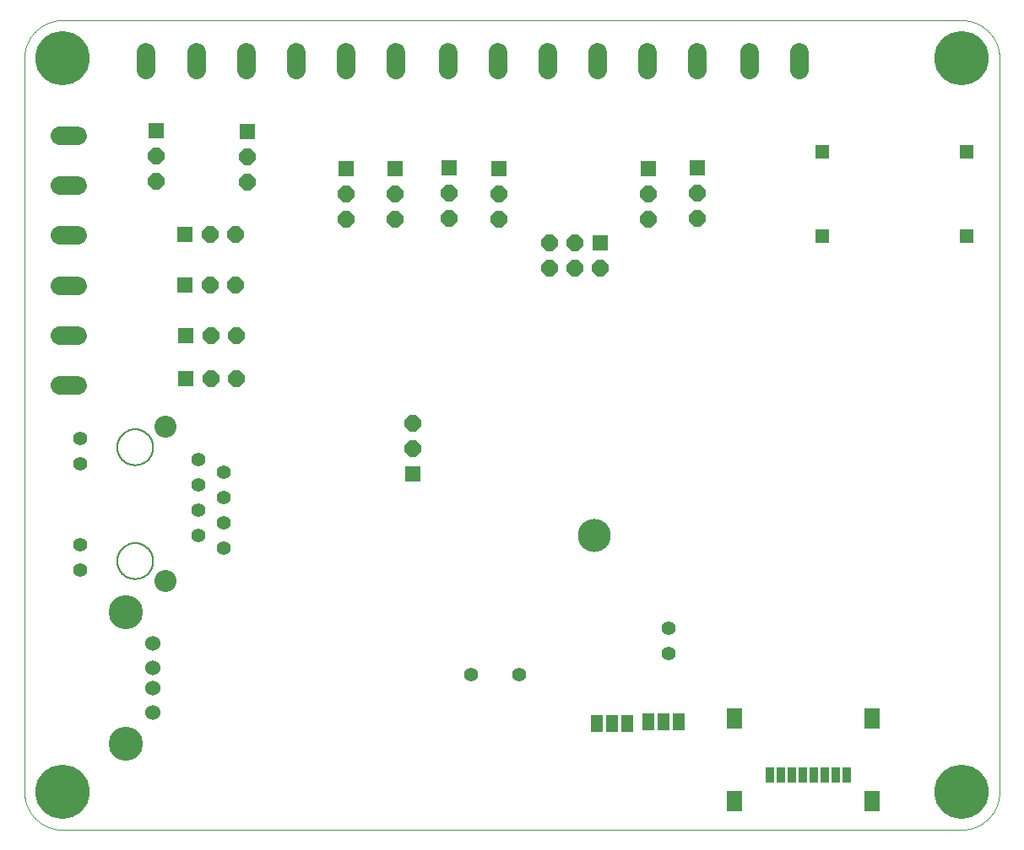
<source format=gbs>
G75*
%MOIN*%
%OFA0B0*%
%FSLAX25Y25*%
%IPPOS*%
%LPD*%
%AMOC8*
5,1,8,0,0,1.08239X$1,22.5*
%
%ADD10C,0.00000*%
%ADD11R,0.03550X0.06306*%
%ADD12R,0.06109X0.08274*%
%ADD13C,0.05600*%
%ADD14R,0.05000X0.06700*%
%ADD15C,0.13061*%
%ADD16R,0.05550X0.05550*%
%ADD17C,0.00500*%
%ADD18C,0.08668*%
%ADD19C,0.05550*%
%ADD20C,0.07450*%
%ADD21C,0.06000*%
%ADD22C,0.13500*%
%ADD23C,0.21400*%
%ADD24R,0.06400X0.06400*%
%ADD25OC8,0.06400*%
D10*
X0017225Y0002026D02*
X0372225Y0002026D01*
X0372587Y0002030D01*
X0372950Y0002044D01*
X0373312Y0002065D01*
X0373673Y0002096D01*
X0374033Y0002135D01*
X0374392Y0002183D01*
X0374750Y0002240D01*
X0375107Y0002305D01*
X0375462Y0002379D01*
X0375815Y0002462D01*
X0376166Y0002553D01*
X0376514Y0002652D01*
X0376860Y0002760D01*
X0377204Y0002876D01*
X0377544Y0003001D01*
X0377881Y0003133D01*
X0378215Y0003274D01*
X0378546Y0003423D01*
X0378873Y0003580D01*
X0379196Y0003744D01*
X0379515Y0003916D01*
X0379829Y0004096D01*
X0380140Y0004284D01*
X0380445Y0004479D01*
X0380746Y0004681D01*
X0381042Y0004891D01*
X0381332Y0005107D01*
X0381618Y0005331D01*
X0381898Y0005561D01*
X0382172Y0005798D01*
X0382440Y0006042D01*
X0382703Y0006292D01*
X0382959Y0006548D01*
X0383209Y0006811D01*
X0383453Y0007079D01*
X0383690Y0007353D01*
X0383920Y0007633D01*
X0384144Y0007919D01*
X0384360Y0008209D01*
X0384570Y0008505D01*
X0384772Y0008806D01*
X0384967Y0009111D01*
X0385155Y0009422D01*
X0385335Y0009736D01*
X0385507Y0010055D01*
X0385671Y0010378D01*
X0385828Y0010705D01*
X0385977Y0011036D01*
X0386118Y0011370D01*
X0386250Y0011707D01*
X0386375Y0012047D01*
X0386491Y0012391D01*
X0386599Y0012737D01*
X0386698Y0013085D01*
X0386789Y0013436D01*
X0386872Y0013789D01*
X0386946Y0014144D01*
X0387011Y0014501D01*
X0387068Y0014859D01*
X0387116Y0015218D01*
X0387155Y0015578D01*
X0387186Y0015939D01*
X0387207Y0016301D01*
X0387221Y0016664D01*
X0387225Y0017026D01*
X0387225Y0307026D01*
X0387221Y0307388D01*
X0387207Y0307751D01*
X0387186Y0308113D01*
X0387155Y0308474D01*
X0387116Y0308834D01*
X0387068Y0309193D01*
X0387011Y0309551D01*
X0386946Y0309908D01*
X0386872Y0310263D01*
X0386789Y0310616D01*
X0386698Y0310967D01*
X0386599Y0311315D01*
X0386491Y0311661D01*
X0386375Y0312005D01*
X0386250Y0312345D01*
X0386118Y0312682D01*
X0385977Y0313016D01*
X0385828Y0313347D01*
X0385671Y0313674D01*
X0385507Y0313997D01*
X0385335Y0314316D01*
X0385155Y0314630D01*
X0384967Y0314941D01*
X0384772Y0315246D01*
X0384570Y0315547D01*
X0384360Y0315843D01*
X0384144Y0316133D01*
X0383920Y0316419D01*
X0383690Y0316699D01*
X0383453Y0316973D01*
X0383209Y0317241D01*
X0382959Y0317504D01*
X0382703Y0317760D01*
X0382440Y0318010D01*
X0382172Y0318254D01*
X0381898Y0318491D01*
X0381618Y0318721D01*
X0381332Y0318945D01*
X0381042Y0319161D01*
X0380746Y0319371D01*
X0380445Y0319573D01*
X0380140Y0319768D01*
X0379829Y0319956D01*
X0379515Y0320136D01*
X0379196Y0320308D01*
X0378873Y0320472D01*
X0378546Y0320629D01*
X0378215Y0320778D01*
X0377881Y0320919D01*
X0377544Y0321051D01*
X0377204Y0321176D01*
X0376860Y0321292D01*
X0376514Y0321400D01*
X0376166Y0321499D01*
X0375815Y0321590D01*
X0375462Y0321673D01*
X0375107Y0321747D01*
X0374750Y0321812D01*
X0374392Y0321869D01*
X0374033Y0321917D01*
X0373673Y0321956D01*
X0373312Y0321987D01*
X0372950Y0322008D01*
X0372587Y0322022D01*
X0372225Y0322026D01*
X0017225Y0322026D01*
X0016863Y0322022D01*
X0016500Y0322008D01*
X0016138Y0321987D01*
X0015777Y0321956D01*
X0015417Y0321917D01*
X0015058Y0321869D01*
X0014700Y0321812D01*
X0014343Y0321747D01*
X0013988Y0321673D01*
X0013635Y0321590D01*
X0013284Y0321499D01*
X0012936Y0321400D01*
X0012590Y0321292D01*
X0012246Y0321176D01*
X0011906Y0321051D01*
X0011569Y0320919D01*
X0011235Y0320778D01*
X0010904Y0320629D01*
X0010577Y0320472D01*
X0010254Y0320308D01*
X0009935Y0320136D01*
X0009621Y0319956D01*
X0009310Y0319768D01*
X0009005Y0319573D01*
X0008704Y0319371D01*
X0008408Y0319161D01*
X0008118Y0318945D01*
X0007832Y0318721D01*
X0007552Y0318491D01*
X0007278Y0318254D01*
X0007010Y0318010D01*
X0006747Y0317760D01*
X0006491Y0317504D01*
X0006241Y0317241D01*
X0005997Y0316973D01*
X0005760Y0316699D01*
X0005530Y0316419D01*
X0005306Y0316133D01*
X0005090Y0315843D01*
X0004880Y0315547D01*
X0004678Y0315246D01*
X0004483Y0314941D01*
X0004295Y0314630D01*
X0004115Y0314316D01*
X0003943Y0313997D01*
X0003779Y0313674D01*
X0003622Y0313347D01*
X0003473Y0313016D01*
X0003332Y0312682D01*
X0003200Y0312345D01*
X0003075Y0312005D01*
X0002959Y0311661D01*
X0002851Y0311315D01*
X0002752Y0310967D01*
X0002661Y0310616D01*
X0002578Y0310263D01*
X0002504Y0309908D01*
X0002439Y0309551D01*
X0002382Y0309193D01*
X0002334Y0308834D01*
X0002295Y0308474D01*
X0002264Y0308113D01*
X0002243Y0307751D01*
X0002229Y0307388D01*
X0002225Y0307026D01*
X0002225Y0017026D01*
X0002229Y0016664D01*
X0002243Y0016301D01*
X0002264Y0015939D01*
X0002295Y0015578D01*
X0002334Y0015218D01*
X0002382Y0014859D01*
X0002439Y0014501D01*
X0002504Y0014144D01*
X0002578Y0013789D01*
X0002661Y0013436D01*
X0002752Y0013085D01*
X0002851Y0012737D01*
X0002959Y0012391D01*
X0003075Y0012047D01*
X0003200Y0011707D01*
X0003332Y0011370D01*
X0003473Y0011036D01*
X0003622Y0010705D01*
X0003779Y0010378D01*
X0003943Y0010055D01*
X0004115Y0009736D01*
X0004295Y0009422D01*
X0004483Y0009111D01*
X0004678Y0008806D01*
X0004880Y0008505D01*
X0005090Y0008209D01*
X0005306Y0007919D01*
X0005530Y0007633D01*
X0005760Y0007353D01*
X0005997Y0007079D01*
X0006241Y0006811D01*
X0006491Y0006548D01*
X0006747Y0006292D01*
X0007010Y0006042D01*
X0007278Y0005798D01*
X0007552Y0005561D01*
X0007832Y0005331D01*
X0008118Y0005107D01*
X0008408Y0004891D01*
X0008704Y0004681D01*
X0009005Y0004479D01*
X0009310Y0004284D01*
X0009621Y0004096D01*
X0009935Y0003916D01*
X0010254Y0003744D01*
X0010577Y0003580D01*
X0010904Y0003423D01*
X0011235Y0003274D01*
X0011569Y0003133D01*
X0011906Y0003001D01*
X0012246Y0002876D01*
X0012590Y0002760D01*
X0012936Y0002652D01*
X0013284Y0002553D01*
X0013635Y0002462D01*
X0013988Y0002379D01*
X0014343Y0002305D01*
X0014700Y0002240D01*
X0015058Y0002183D01*
X0015417Y0002135D01*
X0015777Y0002096D01*
X0016138Y0002065D01*
X0016500Y0002044D01*
X0016863Y0002030D01*
X0017225Y0002026D01*
D11*
X0296736Y0023538D03*
X0301066Y0023538D03*
X0305397Y0023538D03*
X0309728Y0023538D03*
X0314058Y0023538D03*
X0318389Y0023538D03*
X0322720Y0023538D03*
X0327051Y0023538D03*
D12*
X0336795Y0013302D03*
X0336795Y0045979D03*
X0282661Y0045979D03*
X0282661Y0013302D03*
D13*
X0256685Y0071601D03*
X0256685Y0081601D03*
X0197466Y0063507D03*
X0178466Y0063507D03*
D14*
X0228334Y0043888D03*
X0234334Y0043888D03*
X0240334Y0043888D03*
X0248561Y0044671D03*
X0254561Y0044671D03*
X0260561Y0044671D03*
D15*
X0227144Y0118360D03*
D16*
X0317400Y0236803D03*
X0317400Y0270110D03*
X0374329Y0270110D03*
X0374329Y0236803D03*
D17*
X0038878Y0153266D02*
X0038880Y0153440D01*
X0038887Y0153614D01*
X0038897Y0153787D01*
X0038912Y0153961D01*
X0038931Y0154134D01*
X0038955Y0154306D01*
X0038982Y0154478D01*
X0039014Y0154649D01*
X0039050Y0154819D01*
X0039090Y0154988D01*
X0039135Y0155156D01*
X0039183Y0155323D01*
X0039236Y0155489D01*
X0039292Y0155654D01*
X0039353Y0155817D01*
X0039417Y0155978D01*
X0039486Y0156138D01*
X0039558Y0156296D01*
X0039635Y0156452D01*
X0039715Y0156607D01*
X0039799Y0156759D01*
X0039886Y0156909D01*
X0039978Y0157058D01*
X0040072Y0157203D01*
X0040171Y0157347D01*
X0040273Y0157488D01*
X0040378Y0157626D01*
X0040487Y0157762D01*
X0040599Y0157895D01*
X0040714Y0158025D01*
X0040832Y0158153D01*
X0040954Y0158277D01*
X0041078Y0158399D01*
X0041206Y0158517D01*
X0041336Y0158632D01*
X0041469Y0158744D01*
X0041605Y0158853D01*
X0041743Y0158958D01*
X0041884Y0159060D01*
X0042028Y0159159D01*
X0042173Y0159253D01*
X0042322Y0159345D01*
X0042472Y0159432D01*
X0042624Y0159516D01*
X0042779Y0159596D01*
X0042935Y0159673D01*
X0043093Y0159745D01*
X0043253Y0159814D01*
X0043414Y0159878D01*
X0043577Y0159939D01*
X0043742Y0159995D01*
X0043908Y0160048D01*
X0044075Y0160096D01*
X0044243Y0160141D01*
X0044412Y0160181D01*
X0044582Y0160217D01*
X0044753Y0160249D01*
X0044925Y0160276D01*
X0045097Y0160300D01*
X0045270Y0160319D01*
X0045444Y0160334D01*
X0045617Y0160344D01*
X0045791Y0160351D01*
X0045965Y0160353D01*
X0046139Y0160351D01*
X0046313Y0160344D01*
X0046486Y0160334D01*
X0046660Y0160319D01*
X0046833Y0160300D01*
X0047005Y0160276D01*
X0047177Y0160249D01*
X0047348Y0160217D01*
X0047518Y0160181D01*
X0047687Y0160141D01*
X0047855Y0160096D01*
X0048022Y0160048D01*
X0048188Y0159995D01*
X0048353Y0159939D01*
X0048516Y0159878D01*
X0048677Y0159814D01*
X0048837Y0159745D01*
X0048995Y0159673D01*
X0049151Y0159596D01*
X0049306Y0159516D01*
X0049458Y0159432D01*
X0049608Y0159345D01*
X0049757Y0159253D01*
X0049902Y0159159D01*
X0050046Y0159060D01*
X0050187Y0158958D01*
X0050325Y0158853D01*
X0050461Y0158744D01*
X0050594Y0158632D01*
X0050724Y0158517D01*
X0050852Y0158399D01*
X0050976Y0158277D01*
X0051098Y0158153D01*
X0051216Y0158025D01*
X0051331Y0157895D01*
X0051443Y0157762D01*
X0051552Y0157626D01*
X0051657Y0157488D01*
X0051759Y0157347D01*
X0051858Y0157203D01*
X0051952Y0157058D01*
X0052044Y0156909D01*
X0052131Y0156759D01*
X0052215Y0156607D01*
X0052295Y0156452D01*
X0052372Y0156296D01*
X0052444Y0156138D01*
X0052513Y0155978D01*
X0052577Y0155817D01*
X0052638Y0155654D01*
X0052694Y0155489D01*
X0052747Y0155323D01*
X0052795Y0155156D01*
X0052840Y0154988D01*
X0052880Y0154819D01*
X0052916Y0154649D01*
X0052948Y0154478D01*
X0052975Y0154306D01*
X0052999Y0154134D01*
X0053018Y0153961D01*
X0053033Y0153787D01*
X0053043Y0153614D01*
X0053050Y0153440D01*
X0053052Y0153266D01*
X0053050Y0153092D01*
X0053043Y0152918D01*
X0053033Y0152745D01*
X0053018Y0152571D01*
X0052999Y0152398D01*
X0052975Y0152226D01*
X0052948Y0152054D01*
X0052916Y0151883D01*
X0052880Y0151713D01*
X0052840Y0151544D01*
X0052795Y0151376D01*
X0052747Y0151209D01*
X0052694Y0151043D01*
X0052638Y0150878D01*
X0052577Y0150715D01*
X0052513Y0150554D01*
X0052444Y0150394D01*
X0052372Y0150236D01*
X0052295Y0150080D01*
X0052215Y0149925D01*
X0052131Y0149773D01*
X0052044Y0149623D01*
X0051952Y0149474D01*
X0051858Y0149329D01*
X0051759Y0149185D01*
X0051657Y0149044D01*
X0051552Y0148906D01*
X0051443Y0148770D01*
X0051331Y0148637D01*
X0051216Y0148507D01*
X0051098Y0148379D01*
X0050976Y0148255D01*
X0050852Y0148133D01*
X0050724Y0148015D01*
X0050594Y0147900D01*
X0050461Y0147788D01*
X0050325Y0147679D01*
X0050187Y0147574D01*
X0050046Y0147472D01*
X0049902Y0147373D01*
X0049757Y0147279D01*
X0049608Y0147187D01*
X0049458Y0147100D01*
X0049306Y0147016D01*
X0049151Y0146936D01*
X0048995Y0146859D01*
X0048837Y0146787D01*
X0048677Y0146718D01*
X0048516Y0146654D01*
X0048353Y0146593D01*
X0048188Y0146537D01*
X0048022Y0146484D01*
X0047855Y0146436D01*
X0047687Y0146391D01*
X0047518Y0146351D01*
X0047348Y0146315D01*
X0047177Y0146283D01*
X0047005Y0146256D01*
X0046833Y0146232D01*
X0046660Y0146213D01*
X0046486Y0146198D01*
X0046313Y0146188D01*
X0046139Y0146181D01*
X0045965Y0146179D01*
X0045791Y0146181D01*
X0045617Y0146188D01*
X0045444Y0146198D01*
X0045270Y0146213D01*
X0045097Y0146232D01*
X0044925Y0146256D01*
X0044753Y0146283D01*
X0044582Y0146315D01*
X0044412Y0146351D01*
X0044243Y0146391D01*
X0044075Y0146436D01*
X0043908Y0146484D01*
X0043742Y0146537D01*
X0043577Y0146593D01*
X0043414Y0146654D01*
X0043253Y0146718D01*
X0043093Y0146787D01*
X0042935Y0146859D01*
X0042779Y0146936D01*
X0042624Y0147016D01*
X0042472Y0147100D01*
X0042322Y0147187D01*
X0042173Y0147279D01*
X0042028Y0147373D01*
X0041884Y0147472D01*
X0041743Y0147574D01*
X0041605Y0147679D01*
X0041469Y0147788D01*
X0041336Y0147900D01*
X0041206Y0148015D01*
X0041078Y0148133D01*
X0040954Y0148255D01*
X0040832Y0148379D01*
X0040714Y0148507D01*
X0040599Y0148637D01*
X0040487Y0148770D01*
X0040378Y0148906D01*
X0040273Y0149044D01*
X0040171Y0149185D01*
X0040072Y0149329D01*
X0039978Y0149474D01*
X0039886Y0149623D01*
X0039799Y0149773D01*
X0039715Y0149925D01*
X0039635Y0150080D01*
X0039558Y0150236D01*
X0039486Y0150394D01*
X0039417Y0150554D01*
X0039353Y0150715D01*
X0039292Y0150878D01*
X0039236Y0151043D01*
X0039183Y0151209D01*
X0039135Y0151376D01*
X0039090Y0151544D01*
X0039050Y0151713D01*
X0039014Y0151883D01*
X0038982Y0152054D01*
X0038955Y0152226D01*
X0038931Y0152398D01*
X0038912Y0152571D01*
X0038897Y0152745D01*
X0038887Y0152918D01*
X0038880Y0153092D01*
X0038878Y0153266D01*
X0038878Y0108266D02*
X0038880Y0108440D01*
X0038887Y0108614D01*
X0038897Y0108787D01*
X0038912Y0108961D01*
X0038931Y0109134D01*
X0038955Y0109306D01*
X0038982Y0109478D01*
X0039014Y0109649D01*
X0039050Y0109819D01*
X0039090Y0109988D01*
X0039135Y0110156D01*
X0039183Y0110323D01*
X0039236Y0110489D01*
X0039292Y0110654D01*
X0039353Y0110817D01*
X0039417Y0110978D01*
X0039486Y0111138D01*
X0039558Y0111296D01*
X0039635Y0111452D01*
X0039715Y0111607D01*
X0039799Y0111759D01*
X0039886Y0111909D01*
X0039978Y0112058D01*
X0040072Y0112203D01*
X0040171Y0112347D01*
X0040273Y0112488D01*
X0040378Y0112626D01*
X0040487Y0112762D01*
X0040599Y0112895D01*
X0040714Y0113025D01*
X0040832Y0113153D01*
X0040954Y0113277D01*
X0041078Y0113399D01*
X0041206Y0113517D01*
X0041336Y0113632D01*
X0041469Y0113744D01*
X0041605Y0113853D01*
X0041743Y0113958D01*
X0041884Y0114060D01*
X0042028Y0114159D01*
X0042173Y0114253D01*
X0042322Y0114345D01*
X0042472Y0114432D01*
X0042624Y0114516D01*
X0042779Y0114596D01*
X0042935Y0114673D01*
X0043093Y0114745D01*
X0043253Y0114814D01*
X0043414Y0114878D01*
X0043577Y0114939D01*
X0043742Y0114995D01*
X0043908Y0115048D01*
X0044075Y0115096D01*
X0044243Y0115141D01*
X0044412Y0115181D01*
X0044582Y0115217D01*
X0044753Y0115249D01*
X0044925Y0115276D01*
X0045097Y0115300D01*
X0045270Y0115319D01*
X0045444Y0115334D01*
X0045617Y0115344D01*
X0045791Y0115351D01*
X0045965Y0115353D01*
X0046139Y0115351D01*
X0046313Y0115344D01*
X0046486Y0115334D01*
X0046660Y0115319D01*
X0046833Y0115300D01*
X0047005Y0115276D01*
X0047177Y0115249D01*
X0047348Y0115217D01*
X0047518Y0115181D01*
X0047687Y0115141D01*
X0047855Y0115096D01*
X0048022Y0115048D01*
X0048188Y0114995D01*
X0048353Y0114939D01*
X0048516Y0114878D01*
X0048677Y0114814D01*
X0048837Y0114745D01*
X0048995Y0114673D01*
X0049151Y0114596D01*
X0049306Y0114516D01*
X0049458Y0114432D01*
X0049608Y0114345D01*
X0049757Y0114253D01*
X0049902Y0114159D01*
X0050046Y0114060D01*
X0050187Y0113958D01*
X0050325Y0113853D01*
X0050461Y0113744D01*
X0050594Y0113632D01*
X0050724Y0113517D01*
X0050852Y0113399D01*
X0050976Y0113277D01*
X0051098Y0113153D01*
X0051216Y0113025D01*
X0051331Y0112895D01*
X0051443Y0112762D01*
X0051552Y0112626D01*
X0051657Y0112488D01*
X0051759Y0112347D01*
X0051858Y0112203D01*
X0051952Y0112058D01*
X0052044Y0111909D01*
X0052131Y0111759D01*
X0052215Y0111607D01*
X0052295Y0111452D01*
X0052372Y0111296D01*
X0052444Y0111138D01*
X0052513Y0110978D01*
X0052577Y0110817D01*
X0052638Y0110654D01*
X0052694Y0110489D01*
X0052747Y0110323D01*
X0052795Y0110156D01*
X0052840Y0109988D01*
X0052880Y0109819D01*
X0052916Y0109649D01*
X0052948Y0109478D01*
X0052975Y0109306D01*
X0052999Y0109134D01*
X0053018Y0108961D01*
X0053033Y0108787D01*
X0053043Y0108614D01*
X0053050Y0108440D01*
X0053052Y0108266D01*
X0053050Y0108092D01*
X0053043Y0107918D01*
X0053033Y0107745D01*
X0053018Y0107571D01*
X0052999Y0107398D01*
X0052975Y0107226D01*
X0052948Y0107054D01*
X0052916Y0106883D01*
X0052880Y0106713D01*
X0052840Y0106544D01*
X0052795Y0106376D01*
X0052747Y0106209D01*
X0052694Y0106043D01*
X0052638Y0105878D01*
X0052577Y0105715D01*
X0052513Y0105554D01*
X0052444Y0105394D01*
X0052372Y0105236D01*
X0052295Y0105080D01*
X0052215Y0104925D01*
X0052131Y0104773D01*
X0052044Y0104623D01*
X0051952Y0104474D01*
X0051858Y0104329D01*
X0051759Y0104185D01*
X0051657Y0104044D01*
X0051552Y0103906D01*
X0051443Y0103770D01*
X0051331Y0103637D01*
X0051216Y0103507D01*
X0051098Y0103379D01*
X0050976Y0103255D01*
X0050852Y0103133D01*
X0050724Y0103015D01*
X0050594Y0102900D01*
X0050461Y0102788D01*
X0050325Y0102679D01*
X0050187Y0102574D01*
X0050046Y0102472D01*
X0049902Y0102373D01*
X0049757Y0102279D01*
X0049608Y0102187D01*
X0049458Y0102100D01*
X0049306Y0102016D01*
X0049151Y0101936D01*
X0048995Y0101859D01*
X0048837Y0101787D01*
X0048677Y0101718D01*
X0048516Y0101654D01*
X0048353Y0101593D01*
X0048188Y0101537D01*
X0048022Y0101484D01*
X0047855Y0101436D01*
X0047687Y0101391D01*
X0047518Y0101351D01*
X0047348Y0101315D01*
X0047177Y0101283D01*
X0047005Y0101256D01*
X0046833Y0101232D01*
X0046660Y0101213D01*
X0046486Y0101198D01*
X0046313Y0101188D01*
X0046139Y0101181D01*
X0045965Y0101179D01*
X0045791Y0101181D01*
X0045617Y0101188D01*
X0045444Y0101198D01*
X0045270Y0101213D01*
X0045097Y0101232D01*
X0044925Y0101256D01*
X0044753Y0101283D01*
X0044582Y0101315D01*
X0044412Y0101351D01*
X0044243Y0101391D01*
X0044075Y0101436D01*
X0043908Y0101484D01*
X0043742Y0101537D01*
X0043577Y0101593D01*
X0043414Y0101654D01*
X0043253Y0101718D01*
X0043093Y0101787D01*
X0042935Y0101859D01*
X0042779Y0101936D01*
X0042624Y0102016D01*
X0042472Y0102100D01*
X0042322Y0102187D01*
X0042173Y0102279D01*
X0042028Y0102373D01*
X0041884Y0102472D01*
X0041743Y0102574D01*
X0041605Y0102679D01*
X0041469Y0102788D01*
X0041336Y0102900D01*
X0041206Y0103015D01*
X0041078Y0103133D01*
X0040954Y0103255D01*
X0040832Y0103379D01*
X0040714Y0103507D01*
X0040599Y0103637D01*
X0040487Y0103770D01*
X0040378Y0103906D01*
X0040273Y0104044D01*
X0040171Y0104185D01*
X0040072Y0104329D01*
X0039978Y0104474D01*
X0039886Y0104623D01*
X0039799Y0104773D01*
X0039715Y0104925D01*
X0039635Y0105080D01*
X0039558Y0105236D01*
X0039486Y0105394D01*
X0039417Y0105554D01*
X0039353Y0105715D01*
X0039292Y0105878D01*
X0039236Y0106043D01*
X0039183Y0106209D01*
X0039135Y0106376D01*
X0039090Y0106544D01*
X0039050Y0106713D01*
X0039014Y0106883D01*
X0038982Y0107054D01*
X0038955Y0107226D01*
X0038931Y0107398D01*
X0038912Y0107571D01*
X0038897Y0107745D01*
X0038887Y0107918D01*
X0038880Y0108092D01*
X0038878Y0108266D01*
D18*
X0057973Y0100274D03*
X0057973Y0161258D03*
D19*
X0070965Y0148246D03*
X0080965Y0143285D03*
X0070965Y0138246D03*
X0080965Y0133285D03*
X0070965Y0128246D03*
X0080965Y0123285D03*
X0070965Y0118246D03*
X0080965Y0113285D03*
X0024233Y0114683D03*
X0024233Y0104683D03*
X0024233Y0146848D03*
X0024233Y0156848D03*
D20*
X0023333Y0177813D02*
X0016283Y0177813D01*
X0016283Y0197498D02*
X0023333Y0197498D01*
X0023333Y0217183D02*
X0016283Y0217183D01*
X0016283Y0236868D02*
X0023333Y0236868D01*
X0023333Y0256553D02*
X0016283Y0256553D01*
X0016283Y0276238D02*
X0023333Y0276238D01*
X0050429Y0302292D02*
X0050429Y0309342D01*
X0070114Y0309342D02*
X0070114Y0302292D01*
X0089799Y0302292D02*
X0089799Y0309342D01*
X0109484Y0309342D02*
X0109484Y0302292D01*
X0129169Y0302292D02*
X0129169Y0309342D01*
X0148854Y0309342D02*
X0148854Y0302292D01*
X0169513Y0302280D02*
X0169513Y0309330D01*
X0189198Y0309330D02*
X0189198Y0302280D01*
X0208883Y0302280D02*
X0208883Y0309330D01*
X0228568Y0309330D02*
X0228568Y0302280D01*
X0248253Y0302280D02*
X0248253Y0309330D01*
X0267938Y0309330D02*
X0267938Y0302280D01*
X0288712Y0302242D02*
X0288712Y0309292D01*
X0308397Y0309292D02*
X0308397Y0302242D01*
D21*
X0052925Y0075776D03*
X0052925Y0065976D03*
X0052925Y0058076D03*
X0052925Y0048276D03*
D22*
X0042225Y0036176D03*
X0042225Y0087876D03*
D23*
X0017225Y0017026D03*
X0017225Y0307026D03*
X0372225Y0307026D03*
X0372225Y0017026D03*
D24*
X0155658Y0142529D03*
X0066014Y0180444D03*
X0065882Y0197444D03*
X0065664Y0217247D03*
X0065441Y0237418D03*
X0054349Y0278277D03*
X0090221Y0277915D03*
X0129162Y0263272D03*
X0148466Y0263395D03*
X0169874Y0263571D03*
X0189660Y0263484D03*
X0229689Y0234100D03*
X0248649Y0263332D03*
X0267970Y0263785D03*
D25*
X0267970Y0253785D03*
X0267970Y0243785D03*
X0248649Y0243332D03*
X0248649Y0253332D03*
X0219689Y0234100D03*
X0219689Y0224100D03*
X0229689Y0224100D03*
X0209689Y0224100D03*
X0209689Y0234100D03*
X0189660Y0243484D03*
X0189660Y0253484D03*
X0169874Y0253571D03*
X0169874Y0243571D03*
X0148466Y0243395D03*
X0148466Y0253395D03*
X0129162Y0253272D03*
X0129162Y0243272D03*
X0090221Y0257915D03*
X0090221Y0267915D03*
X0085441Y0237418D03*
X0075441Y0237418D03*
X0075664Y0217247D03*
X0085664Y0217247D03*
X0085882Y0197444D03*
X0075882Y0197444D03*
X0076014Y0180444D03*
X0086014Y0180444D03*
X0155658Y0162529D03*
X0155658Y0152529D03*
X0054349Y0258277D03*
X0054349Y0268277D03*
M02*

</source>
